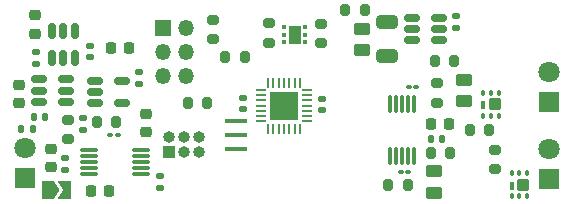
<source format=gbr>
%TF.GenerationSoftware,KiCad,Pcbnew,7.0.6*%
%TF.CreationDate,2023-11-06T16:32:28+11:00*%
%TF.ProjectId,turbidity_sensor_v2,74757262-6964-4697-9479-5f73656e736f,0.1.0*%
%TF.SameCoordinates,Original*%
%TF.FileFunction,Soldermask,Top*%
%TF.FilePolarity,Negative*%
%FSLAX46Y46*%
G04 Gerber Fmt 4.6, Leading zero omitted, Abs format (unit mm)*
G04 Created by KiCad (PCBNEW 7.0.6) date 2023-11-06 16:32:28*
%MOMM*%
%LPD*%
G01*
G04 APERTURE LIST*
G04 Aperture macros list*
%AMRoundRect*
0 Rectangle with rounded corners*
0 $1 Rounding radius*
0 $2 $3 $4 $5 $6 $7 $8 $9 X,Y pos of 4 corners*
0 Add a 4 corners polygon primitive as box body*
4,1,4,$2,$3,$4,$5,$6,$7,$8,$9,$2,$3,0*
0 Add four circle primitives for the rounded corners*
1,1,$1+$1,$2,$3*
1,1,$1+$1,$4,$5*
1,1,$1+$1,$6,$7*
1,1,$1+$1,$8,$9*
0 Add four rect primitives between the rounded corners*
20,1,$1+$1,$2,$3,$4,$5,0*
20,1,$1+$1,$4,$5,$6,$7,0*
20,1,$1+$1,$6,$7,$8,$9,0*
20,1,$1+$1,$8,$9,$2,$3,0*%
%AMFreePoly0*
4,1,6,1.000000,0.000000,0.500000,-0.750000,-0.500000,-0.750000,-0.500000,0.750000,0.500000,0.750000,1.000000,0.000000,1.000000,0.000000,$1*%
%AMFreePoly1*
4,1,6,0.500000,-0.750000,-0.650000,-0.750000,-0.150000,0.000000,-0.650000,0.750000,0.500000,0.750000,0.500000,-0.750000,0.500000,-0.750000,$1*%
%AMFreePoly2*
4,1,14,0.318306,0.106694,0.381694,0.043306,0.400000,-0.000888,0.400000,-0.062500,0.381694,-0.106694,0.337500,-0.125000,-0.337500,-0.125000,-0.381694,-0.106694,-0.400000,-0.062500,-0.400000,0.062500,-0.381694,0.106694,-0.337500,0.125000,0.274112,0.125000,0.318306,0.106694,0.318306,0.106694,$1*%
%AMFreePoly3*
4,1,14,0.381694,0.106694,0.400000,0.062500,0.400000,0.000888,0.381694,-0.043306,0.318306,-0.106694,0.274112,-0.125000,-0.337500,-0.125000,-0.381694,-0.106694,-0.400000,-0.062500,-0.400000,0.062500,-0.381694,0.106694,-0.337500,0.125000,0.337500,0.125000,0.381694,0.106694,0.381694,0.106694,$1*%
%AMFreePoly4*
4,1,14,0.106694,0.381694,0.125000,0.337500,0.125000,-0.337500,0.106694,-0.381694,0.062500,-0.400000,-0.062500,-0.400000,-0.106694,-0.381694,-0.125000,-0.337500,-0.125000,0.274112,-0.106694,0.318306,-0.043306,0.381694,0.000888,0.400000,0.062500,0.400000,0.106694,0.381694,0.106694,0.381694,$1*%
%AMFreePoly5*
4,1,14,0.043306,0.381694,0.106694,0.318306,0.125000,0.274112,0.125000,-0.337500,0.106694,-0.381694,0.062500,-0.400000,-0.062500,-0.400000,-0.106694,-0.381694,-0.125000,-0.337500,-0.125000,0.337500,-0.106694,0.381694,-0.062500,0.400000,-0.000888,0.400000,0.043306,0.381694,0.043306,0.381694,$1*%
%AMFreePoly6*
4,1,14,0.381694,0.106694,0.400000,0.062500,0.400000,-0.062500,0.381694,-0.106694,0.337500,-0.125000,-0.274112,-0.125000,-0.318306,-0.106694,-0.381694,-0.043306,-0.400000,0.000888,-0.400000,0.062500,-0.381694,0.106694,-0.337500,0.125000,0.337500,0.125000,0.381694,0.106694,0.381694,0.106694,$1*%
%AMFreePoly7*
4,1,14,0.381694,0.106694,0.400000,0.062500,0.400000,-0.062500,0.381694,-0.106694,0.337500,-0.125000,-0.337500,-0.125000,-0.381694,-0.106694,-0.400000,-0.062500,-0.400000,-0.000888,-0.381694,0.043306,-0.318306,0.106694,-0.274112,0.125000,0.337500,0.125000,0.381694,0.106694,0.381694,0.106694,$1*%
%AMFreePoly8*
4,1,14,0.106694,0.381694,0.125000,0.337500,0.125000,-0.274112,0.106694,-0.318306,0.043306,-0.381694,-0.000888,-0.400000,-0.062500,-0.400000,-0.106694,-0.381694,-0.125000,-0.337500,-0.125000,0.337500,-0.106694,0.381694,-0.062500,0.400000,0.062500,0.400000,0.106694,0.381694,0.106694,0.381694,$1*%
%AMFreePoly9*
4,1,14,0.106694,0.381694,0.125000,0.337500,0.125000,-0.337500,0.106694,-0.381694,0.062500,-0.400000,0.000888,-0.400000,-0.043306,-0.381694,-0.106694,-0.318306,-0.125000,-0.274112,-0.125000,0.337500,-0.106694,0.381694,-0.062500,0.400000,0.062500,0.400000,0.106694,0.381694,0.106694,0.381694,$1*%
G04 Aperture macros list end*
%ADD10RoundRect,0.200000X0.200000X0.275000X-0.200000X0.275000X-0.200000X-0.275000X0.200000X-0.275000X0*%
%ADD11R,1.900000X0.400000*%
%ADD12RoundRect,0.100000X-0.130000X-0.100000X0.130000X-0.100000X0.130000X0.100000X-0.130000X0.100000X0*%
%ADD13R,1.000000X1.000000*%
%ADD14O,1.000000X1.000000*%
%ADD15RoundRect,0.225000X-0.225000X-0.250000X0.225000X-0.250000X0.225000X0.250000X-0.225000X0.250000X0*%
%ADD16RoundRect,0.200000X-0.275000X0.200000X-0.275000X-0.200000X0.275000X-0.200000X0.275000X0.200000X0*%
%ADD17RoundRect,0.135000X-0.185000X0.135000X-0.185000X-0.135000X0.185000X-0.135000X0.185000X0.135000X0*%
%ADD18RoundRect,0.140000X0.140000X0.170000X-0.140000X0.170000X-0.140000X-0.170000X0.140000X-0.170000X0*%
%ADD19RoundRect,0.140000X0.170000X-0.140000X0.170000X0.140000X-0.170000X0.140000X-0.170000X-0.140000X0*%
%ADD20RoundRect,0.093750X0.093750X0.106250X-0.093750X0.106250X-0.093750X-0.106250X0.093750X-0.106250X0*%
%ADD21R,1.000000X1.600000*%
%ADD22RoundRect,0.100000X0.130000X0.100000X-0.130000X0.100000X-0.130000X-0.100000X0.130000X-0.100000X0*%
%ADD23RoundRect,0.200000X-0.200000X-0.275000X0.200000X-0.275000X0.200000X0.275000X-0.200000X0.275000X0*%
%ADD24R,1.800000X1.800000*%
%ADD25C,1.800000*%
%ADD26RoundRect,0.225000X-0.250000X0.225000X-0.250000X-0.225000X0.250000X-0.225000X0.250000X0.225000X0*%
%ADD27RoundRect,0.225000X0.225000X0.250000X-0.225000X0.250000X-0.225000X-0.250000X0.225000X-0.250000X0*%
%ADD28RoundRect,0.140000X-0.170000X0.140000X-0.170000X-0.140000X0.170000X-0.140000X0.170000X0.140000X0*%
%ADD29RoundRect,0.075000X-0.075000X0.650000X-0.075000X-0.650000X0.075000X-0.650000X0.075000X0.650000X0*%
%ADD30RoundRect,0.150000X0.512500X0.150000X-0.512500X0.150000X-0.512500X-0.150000X0.512500X-0.150000X0*%
%ADD31RoundRect,0.140000X-0.140000X-0.170000X0.140000X-0.170000X0.140000X0.170000X-0.140000X0.170000X0*%
%ADD32RoundRect,0.050100X-0.099900X0.174900X-0.099900X-0.174900X0.099900X-0.174900X0.099900X0.174900X0*%
%ADD33RoundRect,0.050100X-0.099900X0.324900X-0.099900X-0.324900X0.099900X-0.324900X0.099900X0.324900X0*%
%ADD34RoundRect,0.050350X-0.424650X0.449650X-0.424650X-0.449650X0.424650X-0.449650X0.424650X0.449650X0*%
%ADD35RoundRect,0.250000X0.450000X-0.262500X0.450000X0.262500X-0.450000X0.262500X-0.450000X-0.262500X0*%
%ADD36RoundRect,0.200000X0.275000X-0.200000X0.275000X0.200000X-0.275000X0.200000X-0.275000X-0.200000X0*%
%ADD37RoundRect,0.150000X-0.512500X-0.150000X0.512500X-0.150000X0.512500X0.150000X-0.512500X0.150000X0*%
%ADD38RoundRect,0.250000X-0.650000X0.325000X-0.650000X-0.325000X0.650000X-0.325000X0.650000X0.325000X0*%
%ADD39RoundRect,0.075000X-0.650000X-0.075000X0.650000X-0.075000X0.650000X0.075000X-0.650000X0.075000X0*%
%ADD40FreePoly0,0.000000*%
%ADD41FreePoly1,0.000000*%
%ADD42R,1.350000X1.350000*%
%ADD43O,1.350000X1.350000*%
%ADD44RoundRect,0.135000X0.185000X-0.135000X0.185000X0.135000X-0.185000X0.135000X-0.185000X-0.135000X0*%
%ADD45FreePoly2,0.000000*%
%ADD46RoundRect,0.062500X-0.337500X-0.062500X0.337500X-0.062500X0.337500X0.062500X-0.337500X0.062500X0*%
%ADD47FreePoly3,0.000000*%
%ADD48FreePoly4,0.000000*%
%ADD49RoundRect,0.062500X-0.062500X-0.337500X0.062500X-0.337500X0.062500X0.337500X-0.062500X0.337500X0*%
%ADD50FreePoly5,0.000000*%
%ADD51FreePoly6,0.000000*%
%ADD52FreePoly7,0.000000*%
%ADD53FreePoly8,0.000000*%
%ADD54FreePoly9,0.000000*%
%ADD55R,2.400000X2.400000*%
%ADD56RoundRect,0.225000X0.250000X-0.225000X0.250000X0.225000X-0.250000X0.225000X-0.250000X-0.225000X0*%
%ADD57RoundRect,0.150000X0.150000X-0.512500X0.150000X0.512500X-0.150000X0.512500X-0.150000X-0.512500X0*%
%ADD58RoundRect,0.250000X-0.450000X0.262500X-0.450000X-0.262500X0.450000X-0.262500X0.450000X0.262500X0*%
G04 APERTURE END LIST*
D10*
%TO.C,R21*%
X109011107Y-110563839D03*
X107361107Y-110563839D03*
%TD*%
D11*
%TO.C,Y1*%
X119132190Y-110489158D03*
X119132190Y-111689158D03*
X119132190Y-112889158D03*
%TD*%
D12*
%TO.C,C37*%
X133781227Y-107624240D03*
X134421227Y-107624240D03*
%TD*%
D13*
%TO.C,J1*%
X113462636Y-113082428D03*
D14*
X113462636Y-111812428D03*
X114732636Y-113082428D03*
X114732636Y-111812428D03*
X116002636Y-113082428D03*
X116002636Y-111812428D03*
%TD*%
D15*
%TO.C,C24*%
X135654180Y-110775743D03*
X137204180Y-110775743D03*
%TD*%
D16*
%TO.C,R9*%
X104956477Y-110396840D03*
X104956477Y-112046840D03*
%TD*%
%TO.C,R16*%
X141101825Y-112909595D03*
X141101825Y-114559595D03*
%TD*%
D17*
%TO.C,R22*%
X106163884Y-110221800D03*
X106163884Y-111241800D03*
%TD*%
D18*
%TO.C,C32*%
X101935301Y-111138842D03*
X100975301Y-111138842D03*
%TD*%
D19*
%TO.C,C5*%
X137797426Y-102599870D03*
X137797426Y-101639870D03*
%TD*%
D20*
%TO.C,U7*%
X125020282Y-103832709D03*
X125020282Y-103182709D03*
X125020282Y-102532709D03*
X123245282Y-102532709D03*
X123245282Y-103182709D03*
X123245282Y-103832709D03*
D21*
X124132782Y-103182709D03*
%TD*%
D19*
%TO.C,C26*%
X106814972Y-105118553D03*
X106814972Y-104158553D03*
%TD*%
D22*
%TO.C,C35*%
X109139455Y-111667668D03*
X108499455Y-111667668D03*
%TD*%
D16*
%TO.C,R4*%
X117222799Y-101934363D03*
X117222799Y-103584363D03*
%TD*%
D23*
%TO.C,R1*%
X115043340Y-108994719D03*
X116693340Y-108994719D03*
%TD*%
D24*
%TO.C,D3*%
X145658563Y-108880210D03*
D25*
X145658563Y-106340210D03*
%TD*%
D22*
%TO.C,C30*%
X133749400Y-114774286D03*
X133109400Y-114774286D03*
%TD*%
D26*
%TO.C,C25*%
X102096082Y-101541824D03*
X102096082Y-103091824D03*
%TD*%
D27*
%TO.C,C34*%
X110087775Y-104279415D03*
X108537775Y-104279415D03*
%TD*%
D28*
%TO.C,C33*%
X110947200Y-106375200D03*
X110947200Y-107335200D03*
%TD*%
D29*
%TO.C,U10*%
X134193215Y-109024479D03*
X133693215Y-109024479D03*
X133193215Y-109024479D03*
X132693215Y-109024479D03*
X132193215Y-109024479D03*
X132193215Y-113424479D03*
X132693215Y-113424479D03*
X133193215Y-113424479D03*
X133693215Y-113424479D03*
X134193215Y-113424479D03*
%TD*%
D26*
%TO.C,C18*%
X103446605Y-112834052D03*
X103446605Y-114384052D03*
%TD*%
D28*
%TO.C,C6*%
X119746465Y-108506034D03*
X119746465Y-109466034D03*
%TD*%
D18*
%TO.C,C31*%
X102985416Y-110137529D03*
X102025416Y-110137529D03*
%TD*%
D30*
%TO.C,U12*%
X104747534Y-108875397D03*
X104747534Y-107925397D03*
X104747534Y-106975397D03*
X102472534Y-106975397D03*
X102472534Y-107925397D03*
X102472534Y-108875397D03*
%TD*%
D31*
%TO.C,C23*%
X135629483Y-111978319D03*
X136589483Y-111978319D03*
%TD*%
D24*
%TO.C,D2*%
X101251799Y-115329787D03*
D25*
X101251799Y-112789787D03*
%TD*%
D27*
%TO.C,C16*%
X108387044Y-116442840D03*
X106837044Y-116442840D03*
%TD*%
D32*
%TO.C,Q2*%
X141378652Y-108095255D03*
X140728652Y-108095255D03*
X140078652Y-108095255D03*
X140078652Y-110045255D03*
X140728652Y-110045255D03*
X141378652Y-110045255D03*
D33*
X140078652Y-109165255D03*
D34*
X141053652Y-109070255D03*
%TD*%
D35*
%TO.C,R26*%
X138449462Y-108825738D03*
X138449462Y-107000738D03*
%TD*%
D36*
%TO.C,R6*%
X126371024Y-103898558D03*
X126371024Y-102248558D03*
%TD*%
D23*
%TO.C,R24*%
X135983349Y-105441549D03*
X137633349Y-105441549D03*
%TD*%
D19*
%TO.C,C3*%
X126421689Y-109552343D03*
X126421689Y-108592343D03*
%TD*%
D26*
%TO.C,C28*%
X100798730Y-107432386D03*
X100798730Y-108982386D03*
%TD*%
D16*
%TO.C,R23*%
X136181014Y-107302063D03*
X136181014Y-108952063D03*
%TD*%
D37*
%TO.C,U13*%
X107218900Y-107101600D03*
X107218900Y-108051600D03*
X107218900Y-109001600D03*
X109493900Y-109001600D03*
X109493900Y-107101600D03*
%TD*%
D10*
%TO.C,R25*%
X140595196Y-111279440D03*
X138945196Y-111279440D03*
%TD*%
D38*
%TO.C,C27*%
X131947378Y-102074239D03*
X131947378Y-105024239D03*
%TD*%
D39*
%TO.C,U6*%
X106731668Y-112944565D03*
X106731668Y-113444565D03*
X106731668Y-113944565D03*
X106731668Y-114444565D03*
X106731668Y-114944565D03*
X111131668Y-114944565D03*
X111131668Y-114444565D03*
X111131668Y-113944565D03*
X111131668Y-113444565D03*
X111131668Y-112944565D03*
%TD*%
D23*
%TO.C,R13*%
X128418257Y-101123055D03*
X130068257Y-101123055D03*
%TD*%
D35*
%TO.C,R18*%
X135925761Y-116587637D03*
X135925761Y-114762637D03*
%TD*%
D40*
%TO.C,JP1*%
X103246077Y-116360263D03*
D41*
X104696077Y-116360263D03*
%TD*%
D42*
%TO.C,J3*%
X112931610Y-102661401D03*
D43*
X114931610Y-102661401D03*
X112931610Y-104661401D03*
X114931610Y-104661401D03*
X112931610Y-106661401D03*
X114931610Y-106661401D03*
%TD*%
D24*
%TO.C,D1*%
X145658563Y-115439646D03*
D25*
X145658563Y-112899646D03*
%TD*%
D32*
%TO.C,Q1*%
X143788240Y-114911426D03*
X143138240Y-114911426D03*
X142488240Y-114911426D03*
X142488240Y-116861426D03*
X143138240Y-116861426D03*
X143788240Y-116861426D03*
D33*
X142488240Y-115981426D03*
D34*
X143463240Y-115886426D03*
%TD*%
D10*
%TO.C,R17*%
X133693537Y-115874549D03*
X132043537Y-115874549D03*
%TD*%
D44*
%TO.C,R5*%
X112682219Y-116145815D03*
X112682219Y-115125815D03*
%TD*%
D45*
%TO.C,U3*%
X121266412Y-107837195D03*
D46*
X121266412Y-108287195D03*
X121266412Y-108737195D03*
X121266412Y-109187195D03*
X121266412Y-109637195D03*
X121266412Y-110087195D03*
D47*
X121266412Y-110537195D03*
D48*
X121866412Y-111137195D03*
D49*
X122316412Y-111137195D03*
X122766412Y-111137195D03*
X123216412Y-111137195D03*
X123666412Y-111137195D03*
X124116412Y-111137195D03*
D50*
X124566412Y-111137195D03*
D51*
X125166412Y-110537195D03*
D46*
X125166412Y-110087195D03*
X125166412Y-109637195D03*
X125166412Y-109187195D03*
X125166412Y-108737195D03*
X125166412Y-108287195D03*
D52*
X125166412Y-107837195D03*
D53*
X124566412Y-107237195D03*
D49*
X124116412Y-107237195D03*
X123666412Y-107237195D03*
X123216412Y-107237195D03*
X122766412Y-107237195D03*
X122316412Y-107237195D03*
D54*
X121866412Y-107237195D03*
D55*
X123216412Y-109187195D03*
%TD*%
D56*
%TO.C,C13*%
X111565475Y-111434083D03*
X111565475Y-109884083D03*
%TD*%
D30*
%TO.C,U1*%
X136364782Y-103658484D03*
X136364782Y-102708484D03*
X136364782Y-101758484D03*
X134089782Y-101758484D03*
X134089782Y-102708484D03*
X134089782Y-103658484D03*
%TD*%
D10*
%TO.C,R2*%
X119880237Y-105108097D03*
X118230237Y-105108097D03*
%TD*%
D19*
%TO.C,C29*%
X102241463Y-105632017D03*
X102241463Y-104672017D03*
%TD*%
D10*
%TO.C,R15*%
X137287443Y-113213108D03*
X135637443Y-113213108D03*
%TD*%
D57*
%TO.C,U11*%
X103588579Y-105182913D03*
X104538579Y-105182913D03*
X105488579Y-105182913D03*
X105488579Y-102907913D03*
X104538579Y-102907913D03*
X103588579Y-102907913D03*
%TD*%
D44*
%TO.C,R10*%
X104710260Y-114640284D03*
X104710260Y-113620284D03*
%TD*%
D58*
%TO.C,R14*%
X129814085Y-102682745D03*
X129814085Y-104507745D03*
%TD*%
D36*
%TO.C,R7*%
X121975954Y-103855479D03*
X121975954Y-102205479D03*
%TD*%
M02*

</source>
